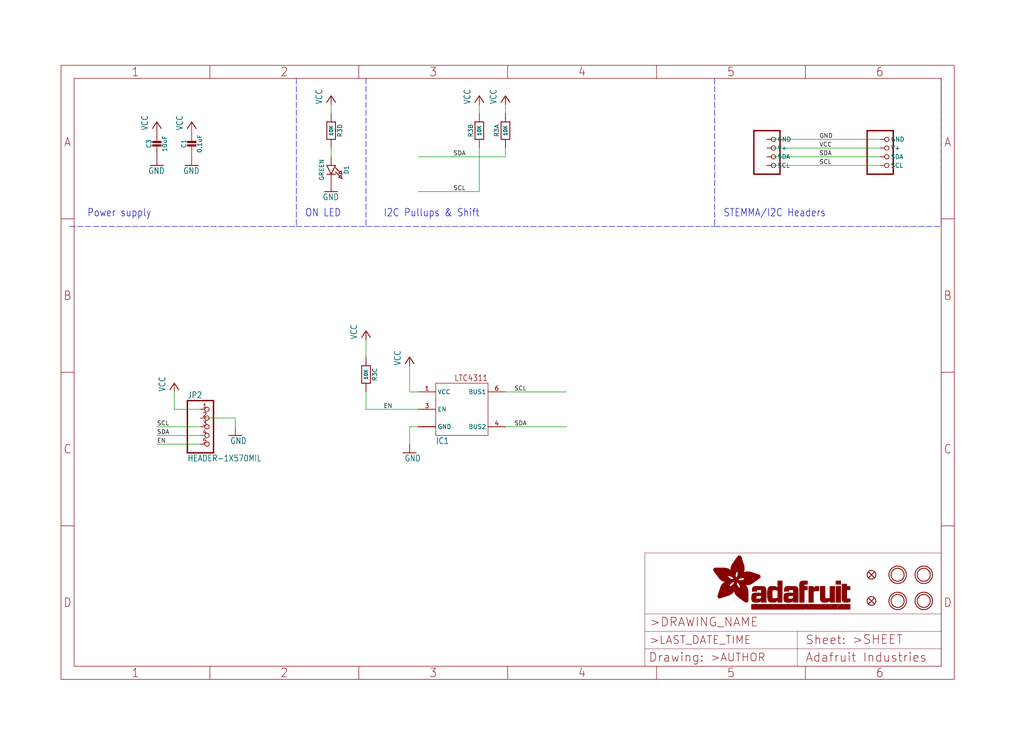
<source format=kicad_sch>
(kicad_sch (version 20211123) (generator eeschema)
  (paper "User" 298.45 217.881)
  (lib_symbols
    (symbol "eagleSchem-eagle-import:CAP_CERAMIC0603_NO"
      (property "Reference" "C" (at -2.29 1.25 90))
      (property "Value" "CAP_CERAMIC0603_NO" (at 2.3 1.25 90))
      (symbol "CAP_CERAMIC0603_NO_1_0"
        (pin passive line (at 0 5.08 270) (length 2.54) (name "1") (number "1"))
        (pin passive line (at 0 -2.54 90) (length 2.54) (name "2") (number "2"))
      )
    )
    (symbol "eagleSchem-eagle-import:CAP_CERAMIC0805-NOOUTLINE"
      (property "Reference" "C" (at -2.29 1.25 90))
      (property "Value" "CAP_CERAMIC0805-NOOUTLINE" (at 2.3 1.25 90))
      (symbol "CAP_CERAMIC0805-NOOUTLINE_1_0"
        (pin passive line (at 0 5.08 270) (length 2.54) (name "1") (number "1"))
        (pin passive line (at 0 -2.54 90) (length 2.54) (name "2") (number "2"))
      )
    )
    (symbol "eagleSchem-eagle-import:FIDUCIAL_1MM")
    (symbol "eagleSchem-eagle-import:FRAME_A4_ADAFRUIT"
      (symbol "FRAME_A4_ADAFRUIT_0_0"
        (text "1" (at 21.6958 1.905 0) (effects (font (size 2.54 2.286))))
        (text "1" (at 21.6958 177.165 0) (effects (font (size 2.54 2.286))))
        (text "2" (at 65.0875 1.905 0) (effects (font (size 2.54 2.286))))
        (text "2" (at 65.0875 177.165 0) (effects (font (size 2.54 2.286))))
        (text "3" (at 108.4792 1.905 0) (effects (font (size 2.54 2.286))))
        (text "3" (at 108.4792 177.165 0) (effects (font (size 2.54 2.286))))
        (text "4" (at 151.8708 1.905 0) (effects (font (size 2.54 2.286))))
        (text "4" (at 151.8708 177.165 0) (effects (font (size 2.54 2.286))))
        (text "5" (at 195.2625 1.905 0) (effects (font (size 2.54 2.286))))
        (text "5" (at 195.2625 177.165 0) (effects (font (size 2.54 2.286))))
        (text "6" (at 238.6542 1.905 0) (effects (font (size 2.54 2.286))))
        (text "6" (at 238.6542 177.165 0) (effects (font (size 2.54 2.286))))
        (text "A" (at 1.905 156.6863 0) (effects (font (size 2.54 2.286))))
        (text "A" (at 258.445 156.6863 0) (effects (font (size 2.54 2.286))))
        (text "B" (at 1.905 111.9188 0) (effects (font (size 2.54 2.286))))
        (text "B" (at 258.445 111.9188 0) (effects (font (size 2.54 2.286))))
        (text "C" (at 1.905 67.1513 0) (effects (font (size 2.54 2.286))))
        (text "C" (at 258.445 67.1513 0) (effects (font (size 2.54 2.286))))
        (text "D" (at 1.905 22.3838 0) (effects (font (size 2.54 2.286))))
        (text "D" (at 258.445 22.3838 0) (effects (font (size 2.54 2.286))))
      )
      (symbol "FRAME_A4_ADAFRUIT_1_0"
        (text ">AUTHOR" (at 189.23 5.08 0) (effects (font (size 2.286 2.286)) (justify left bottom)))
        (text ">DRAWING_NAME" (at 171.45 15.24 0) (effects (font (size 2.54 2.54)) (justify left bottom)))
        (text ">LAST_DATE_TIME" (at 171.45 10.16 0) (effects (font (size 2.286 2.286)) (justify left bottom)))
        (text ">SHEET" (at 230.505 10.16 0) (effects (font (size 2.54 2.54)) (justify left bottom)))
        (text "Adafruit Industries" (at 216.916 4.953 0) (effects (font (size 2.54 2.54)) (justify left bottom)))
        (text "Drawing:" (at 171.196 4.953 0) (effects (font (size 2.54 2.54)) (justify left bottom)))
        (text "Sheet:" (at 216.916 10.033 0) (effects (font (size 2.54 2.54)) (justify left bottom)))
      )
    )
    (symbol "eagleSchem-eagle-import:GND" (power)
      (property "Value" "GND" (at -2.54 -2.54 0))
      (symbol "GND_1_0"
        (pin power_in line (at 0 2.54 270) (length 2.54) (name "GND") (number "1"))
      )
    )
    (symbol "eagleSchem-eagle-import:HEADER-1X570MIL"
      (property "Reference" "JP" (at -6.35 8.255 0))
      (property "Value" "HEADER-1X570MIL" (at -6.35 -10.16 0))
      (symbol "HEADER-1X570MIL_1_0"
        (pin passive inverted (at -2.54 5.08 0) (length 2.54) (name "1") (number "1"))
        (pin passive inverted (at -2.54 2.54 0) (length 2.54) (name "2") (number "2"))
        (pin passive inverted (at -2.54 0 0) (length 2.54) (name "3") (number "3"))
        (pin passive inverted (at -2.54 -2.54 0) (length 2.54) (name "4") (number "4"))
        (pin passive inverted (at -2.54 -5.08 0) (length 2.54) (name "5") (number "5"))
      )
    )
    (symbol "eagleSchem-eagle-import:LED0603_NOOUTLINE"
      (property "Reference" "D" (at -1.27 4.445 0))
      (property "Value" "LED0603_NOOUTLINE" (at -1.27 -2.794 0))
      (symbol "LED0603_NOOUTLINE_1_0"
        (pin passive line (at -5.08 0 0) (length 2.54) (name "A") (number "A"))
        (pin passive line (at 2.54 0 180) (length 2.54) (name "C") (number "C"))
      )
    )
    (symbol "eagleSchem-eagle-import:LTC4311_SC70"
      (property "Reference" "IC" (at -7.62 -10.16 0))
      (symbol "LTC4311_SC70_1_0"
        (text "LTC4311" (at 7.62 10.16 0) (effects (font (size 1.778 1.5113)) (justify right top)))
        (pin power_in line (at -12.7 5.08 0) (length 5.08) (name "VCC") (number "1"))
        (pin power_in line (at -12.7 -5.08 0) (length 5.08) (name "GND") (number "2"))
        (pin input line (at -12.7 0 0) (length 5.08) (name "EN") (number "3"))
        (pin bidirectional line (at 12.7 -5.08 180) (length 5.08) (name "BUS2") (number "4"))
        (pin power_in line (at -12.7 -5.08 0) (length 5.08) (name "GND") (number "5"))
        (pin bidirectional line (at 12.7 5.08 180) (length 5.08) (name "BUS1") (number "6"))
      )
    )
    (symbol "eagleSchem-eagle-import:MOUNTINGHOLE2.5")
    (symbol "eagleSchem-eagle-import:RESISTOR_4PACK"
      (property "Reference" "R" (at 0 2.54 0))
      (property "Value" "RESISTOR_4PACK" (at 0 0 0))
      (symbol "RESISTOR_4PACK_1_0"
        (pin passive line (at -5.08 0 0) (length 2.54) (name "1") (number "1"))
        (pin passive line (at 5.08 0 180) (length 2.54) (name "2") (number "8"))
      )
      (symbol "RESISTOR_4PACK_2_0"
        (pin passive line (at -5.08 0 0) (length 2.54) (name "1") (number "2"))
        (pin passive line (at 5.08 0 180) (length 2.54) (name "2") (number "7"))
      )
      (symbol "RESISTOR_4PACK_3_0"
        (pin passive line (at -5.08 0 0) (length 2.54) (name "1") (number "3"))
        (pin passive line (at 5.08 0 180) (length 2.54) (name "2") (number "6"))
      )
      (symbol "RESISTOR_4PACK_4_0"
        (pin passive line (at -5.08 0 0) (length 2.54) (name "1") (number "4"))
        (pin passive line (at 5.08 0 180) (length 2.54) (name "2") (number "5"))
      )
    )
    (symbol "eagleSchem-eagle-import:STEMMA_I2C_QT"
      (symbol "STEMMA_I2C_QT_1_0"
        (pin passive inverted (at 0 5.08 0) (length 2.54) (name "GND") (number "1"))
        (pin passive inverted (at 0 2.54 0) (length 2.54) (name "V+") (number "2"))
        (pin passive inverted (at 0 0 0) (length 2.54) (name "SDA") (number "3"))
        (pin passive inverted (at 0 -2.54 0) (length 2.54) (name "SCL") (number "4"))
      )
      (symbol "STEMMA_I2C_QT_2_0"
        (pin bidirectional line (at 0 0 0) (length 5.08) (name "MT") (number "MT1"))
      )
      (symbol "STEMMA_I2C_QT_3_0"
        (pin bidirectional line (at 0 0 0) (length 5.08) (name "MT") (number "MT2"))
      )
    )
    (symbol "eagleSchem-eagle-import:VCC" (power)
      (property "Value" "VCC" (at -2.54 -2.54 90))
      (symbol "VCC_1_0"
        (pin power_in line (at 0 -2.54 90) (length 2.54) (name "VCC") (number "1"))
      )
    )
  )
  (wire (pts (xy 58.42 127) (xy 45.72 127)))
  (wire (pts (xy 106.68 99.06) (xy 106.68 104.14)))
  (wire (pts (xy 147.32 114.3) (xy 165.1 114.3)))
  (wire (pts (xy 139.7 43.18) (xy 139.7 55.88)))
  (wire (pts (xy 147.32 43.18) (xy 147.32 45.72)))
  (wire (pts (xy 139.7 30.48) (xy 139.7 33.02)))
  (wire (pts (xy 96.52 30.48) (xy 96.52 33.02)))
  (wire (pts (xy 139.7 55.88) (xy 121.92 55.88)))
  (polyline (pts (xy 86.36 66.04) (xy 106.68 66.04)))
  (wire (pts (xy 256.54 45.72) (xy 223.52 45.72)))
  (wire (pts (xy 147.32 33.02) (xy 147.32 30.48)))
  (polyline (pts (xy 86.36 22.86) (xy 86.36 66.04)))
  (wire (pts (xy 147.32 124.46) (xy 165.1 124.46)))
  (wire (pts (xy 256.54 40.64) (xy 223.52 40.64)))
  (wire (pts (xy 121.92 124.46) (xy 119.38 124.46)))
  (wire (pts (xy 58.42 121.92) (xy 68.58 121.92)))
  (polyline (pts (xy 106.68 22.86) (xy 106.68 66.04)))
  (wire (pts (xy 119.38 114.3) (xy 119.38 106.68)))
  (polyline (pts (xy 208.28 66.04) (xy 274.32 66.04)))
  (wire (pts (xy 119.38 124.46) (xy 119.38 129.54)))
  (wire (pts (xy 223.52 43.18) (xy 256.54 43.18)))
  (polyline (pts (xy 106.68 66.04) (xy 208.28 66.04)))
  (wire (pts (xy 68.58 121.92) (xy 68.58 124.46)))
  (wire (pts (xy 58.42 124.46) (xy 45.72 124.46)))
  (polyline (pts (xy 208.28 22.86) (xy 208.28 66.04)))
  (wire (pts (xy 121.92 119.38) (xy 106.68 119.38)))
  (wire (pts (xy 58.42 129.54) (xy 45.72 129.54)))
  (polyline (pts (xy 20.32 66.04) (xy 86.36 66.04)))
  (wire (pts (xy 147.32 45.72) (xy 121.92 45.72)))
  (polyline (pts (xy 274.32 22.86) (xy 274.32 66.04)))
  (wire (pts (xy 121.92 114.3) (xy 119.38 114.3)))
  (wire (pts (xy 96.52 43.18) (xy 96.52 45.72)))
  (wire (pts (xy 223.52 48.26) (xy 256.54 48.26)))
  (wire (pts (xy 50.8 119.38) (xy 50.8 114.3)))
  (wire (pts (xy 58.42 119.38) (xy 50.8 119.38)))
  (wire (pts (xy 106.68 119.38) (xy 106.68 114.3)))
  (text "STEMMA/I2C Headers" (at 210.82 63.5 180) (effects (font (size 2.1844 1.8567)) (justify left bottom)))
  (text "ON LED" (at 88.9 63.5 180) (effects (font (size 2.1844 1.8567)) (justify left bottom)))
  (text "Power supply" (at 25.4 63.5 180) (effects (font (size 2.1844 1.8567)) (justify left bottom)))
  (text "I2C Pullups & Shift" (at 111.76 63.5 180) (effects (font (size 2.1844 1.8567)) (justify left bottom)))
  (label "EN" (at 45.72 129.54 0) (effects (font (size 1.2446 1.2446))))
  (label "SCL" (at 238.76 48.26 0) (effects (font (size 1.2446 1.2446))))
  (label "SDA" (at 238.76 45.72 0) (effects (font (size 1.2446 1.2446))))
  (label "VCC" (at 238.76 43.18 0) (effects (font (size 1.2446 1.2446))))
  (label "SDA" (at 149.86 124.46 0) (effects (font (size 1.2446 1.2446))))
  (label "SCL" (at 149.86 114.3 0) (effects (font (size 1.2446 1.2446))))
  (label "EN" (at 111.76 119.38 0) (effects (font (size 1.2446 1.2446))))
  (label "SCL" (at 45.72 124.46 0) (effects (font (size 1.2446 1.2446))))
  (label "SDA" (at 132.08 45.72 0) (effects (font (size 1.2446 1.2446))))
  (label "GND" (at 238.76 40.64 0) (effects (font (size 1.2446 1.2446))))
  (label "SDA" (at 45.72 127 0) (effects (font (size 1.2446 1.2446))))
  (label "SCL" (at 132.08 55.88 0) (effects (font (size 1.2446 1.2446))))
  (symbol (lib_id "eagleSchem-eagle-import:CAP_CERAMIC0603_NO") (at 55.88 43.18 0) (unit 1)
    (property "Reference" "C1" (at 53.59 41.93 90))
    (property "Value" "0.1uF" (at 58.18 41.93 90))
    (property "Footprint" "eagleSchem:0603-NO" (effects hide))
  )
  (symbol (lib_id "eagleSchem-eagle-import:LED0603_NOOUTLINE") (at 96.52 50.8 270) (unit 1)
    (property "Reference" "D1" (at 100.965 49.53 0))
    (property "Value" "GREEN" (at 93.726 49.53 0))
    (property "Footprint" "eagleSchem:CHIPLED_0603_NOOUTLINE" (effects hide))
  )
  (symbol (lib_id "eagleSchem-eagle-import:MOUNTINGHOLE2.5") (at 269.24 175.26 0) (unit 1)
    (property "Reference" "U$21" (effects hide))
    (property "Value" "MOUNTINGHOLE2.5" (effects hide))
    (property "Footprint" "eagleSchem:MOUNTINGHOLE_2.5_PLATED" (effects hide))
  )
  (symbol (lib_id "eagleSchem-eagle-import:MOUNTINGHOLE2.5") (at 261.62 175.26 0) (unit 1)
    (property "Reference" "U$1" (effects hide))
    (property "Value" "MOUNTINGHOLE2.5" (effects hide))
    (property "Footprint" "eagleSchem:MOUNTINGHOLE_2.5_PLATED" (effects hide))
  )
  (symbol (lib_id "eagleSchem-eagle-import:CAP_CERAMIC0805-NOOUTLINE") (at 45.72 43.18 0) (unit 1)
    (property "Reference" "C3" (at 43.43 41.93 90))
    (property "Value" "10uF" (at 48.02 41.93 90))
    (property "Footprint" "eagleSchem:0805-NO" (effects hide))
  )
  (symbol (lib_id "eagleSchem-eagle-import:GND") (at 96.52 55.88 0) (unit 1)
    (property "Reference" "#GND6" (effects hide))
    (property "Value" "GND" (at 93.98 58.42 0) (effects (font (size 1.778 1.5113)) (justify left bottom)))
    (property "Footprint" "eagleSchem:" (effects hide))
  )
  (symbol (lib_id "eagleSchem-eagle-import:RESISTOR_4PACK") (at 106.68 109.22 270) (unit 3)
    (property "Reference" "R3" (at 109.22 109.22 0))
    (property "Value" "10K" (at 106.68 109.22 0) (effects (font (size 1.016 1.016) bold)))
    (property "Footprint" "eagleSchem:RESPACK_4X0603" (effects hide))
  )
  (symbol (lib_id "eagleSchem-eagle-import:VCC") (at 50.8 111.76 0) (unit 1)
    (property "Reference" "#P+4" (effects hide))
    (property "Value" "VCC" (at 48.26 114.3 90) (effects (font (size 1.778 1.5113)) (justify left bottom)))
    (property "Footprint" "eagleSchem:" (effects hide))
  )
  (symbol (lib_id "eagleSchem-eagle-import:LTC4311_SC70") (at 134.62 119.38 0) (unit 1)
    (property "Reference" "IC1" (at 127 129.54 0) (effects (font (size 1.778 1.5113)) (justify left bottom)))
    (property "Value" "LTC4311_SC70" (effects hide))
    (property "Footprint" "eagleSchem:SC70-6L" (effects hide))
  )
  (symbol (lib_id "eagleSchem-eagle-import:VCC") (at 45.72 35.56 0) (unit 1)
    (property "Reference" "#P+6" (effects hide))
    (property "Value" "VCC" (at 43.18 38.1 90) (effects (font (size 1.778 1.5113)) (justify left bottom)))
    (property "Footprint" "eagleSchem:" (effects hide))
  )
  (symbol (lib_id "eagleSchem-eagle-import:MOUNTINGHOLE2.5") (at 261.62 167.64 0) (unit 1)
    (property "Reference" "U$17" (effects hide))
    (property "Value" "MOUNTINGHOLE2.5" (effects hide))
    (property "Footprint" "eagleSchem:MOUNTINGHOLE_2.5_PLATED" (effects hide))
  )
  (symbol (lib_id "eagleSchem-eagle-import:VCC") (at 147.32 27.94 0) (unit 1)
    (property "Reference" "#P+2" (effects hide))
    (property "Value" "VCC" (at 144.78 30.48 90) (effects (font (size 1.778 1.5113)) (justify left bottom)))
    (property "Footprint" "eagleSchem:" (effects hide))
  )
  (symbol (lib_id "eagleSchem-eagle-import:FIDUCIAL_1MM") (at 254 167.64 0) (unit 1)
    (property "Reference" "FID4" (effects hide))
    (property "Value" "FIDUCIAL_1MM" (effects hide))
    (property "Footprint" "eagleSchem:FIDUCIAL_1MM" (effects hide))
  )
  (symbol (lib_id "eagleSchem-eagle-import:RESISTOR_4PACK") (at 139.7 38.1 90) (unit 2)
    (property "Reference" "R3" (at 137.16 38.1 0))
    (property "Value" "10K" (at 139.7 38.1 0) (effects (font (size 1.016 1.016) bold)))
    (property "Footprint" "eagleSchem:RESPACK_4X0603" (effects hide))
  )
  (symbol (lib_id "eagleSchem-eagle-import:VCC") (at 119.38 104.14 0) (unit 1)
    (property "Reference" "#P+7" (effects hide))
    (property "Value" "VCC" (at 116.84 106.68 90) (effects (font (size 1.778 1.5113)) (justify left bottom)))
    (property "Footprint" "eagleSchem:" (effects hide))
  )
  (symbol (lib_id "eagleSchem-eagle-import:VCC") (at 55.88 35.56 0) (unit 1)
    (property "Reference" "#P+5" (effects hide))
    (property "Value" "VCC" (at 53.34 38.1 90) (effects (font (size 1.778 1.5113)) (justify left bottom)))
    (property "Footprint" "eagleSchem:" (effects hide))
  )
  (symbol (lib_id "eagleSchem-eagle-import:GND") (at 119.38 132.08 0) (unit 1)
    (property "Reference" "#U$3" (effects hide))
    (property "Value" "GND" (at 117.856 134.62 0) (effects (font (size 1.778 1.5113)) (justify left bottom)))
    (property "Footprint" "eagleSchem:" (effects hide))
  )
  (symbol (lib_id "eagleSchem-eagle-import:GND") (at 68.58 127 0) (unit 1)
    (property "Reference" "#U$10" (effects hide))
    (property "Value" "GND" (at 67.056 129.54 0) (effects (font (size 1.778 1.5113)) (justify left bottom)))
    (property "Footprint" "eagleSchem:" (effects hide))
  )
  (symbol (lib_id "eagleSchem-eagle-import:GND") (at 55.88 48.26 0) (unit 1)
    (property "Reference" "#GND2" (effects hide))
    (property "Value" "GND" (at 53.34 50.8 0) (effects (font (size 1.778 1.5113)) (justify left bottom)))
    (property "Footprint" "eagleSchem:" (effects hide))
  )
  (symbol (lib_id "eagleSchem-eagle-import:MOUNTINGHOLE2.5") (at 269.24 167.64 0) (unit 1)
    (property "Reference" "U$19" (effects hide))
    (property "Value" "MOUNTINGHOLE2.5" (effects hide))
    (property "Footprint" "eagleSchem:MOUNTINGHOLE_2.5_PLATED" (effects hide))
  )
  (symbol (lib_id "eagleSchem-eagle-import:RESISTOR_4PACK") (at 96.52 38.1 270) (unit 4)
    (property "Reference" "R3" (at 99.06 38.1 0))
    (property "Value" "10K" (at 96.52 38.1 0) (effects (font (size 1.016 1.016) bold)))
    (property "Footprint" "eagleSchem:RESPACK_4X0603" (effects hide))
  )
  (symbol (lib_id "eagleSchem-eagle-import:GND") (at 45.72 48.26 0) (unit 1)
    (property "Reference" "#GND1" (effects hide))
    (property "Value" "GND" (at 43.18 50.8 0) (effects (font (size 1.778 1.5113)) (justify left bottom)))
    (property "Footprint" "eagleSchem:" (effects hide))
  )
  (symbol (lib_id "eagleSchem-eagle-import:FIDUCIAL_1MM") (at 254 175.26 0) (unit 1)
    (property "Reference" "FID3" (effects hide))
    (property "Value" "FIDUCIAL_1MM" (effects hide))
    (property "Footprint" "eagleSchem:FIDUCIAL_1MM" (effects hide))
  )
  (symbol (lib_id "eagleSchem-eagle-import:STEMMA_I2C_QT") (at 223.52 45.72 0) (unit 1)
    (property "Reference" "CONN3" (effects hide))
    (property "Value" "STEMMA_I2C_QT" (effects hide))
    (property "Footprint" "eagleSchem:JST_SH4" (effects hide))
  )
  (symbol (lib_id "eagleSchem-eagle-import:RESISTOR_4PACK") (at 147.32 38.1 90) (unit 1)
    (property "Reference" "R3" (at 144.78 38.1 0))
    (property "Value" "10K" (at 147.32 38.1 0) (effects (font (size 1.016 1.016) bold)))
    (property "Footprint" "eagleSchem:RESPACK_4X0603" (effects hide))
  )
  (symbol (lib_id "eagleSchem-eagle-import:HEADER-1X570MIL") (at 60.96 124.46 0) (unit 1)
    (property "Reference" "JP2" (at 54.61 116.205 0) (effects (font (size 1.778 1.5113)) (justify left bottom)))
    (property "Value" "HEADER-1X570MIL" (at 54.61 134.62 0) (effects (font (size 1.778 1.5113)) (justify left bottom)))
    (property "Footprint" "eagleSchem:1X05_ROUND_70" (effects hide))
  )
  (symbol (lib_id "eagleSchem-eagle-import:VCC") (at 96.52 27.94 0) (unit 1)
    (property "Reference" "#P+3" (effects hide))
    (property "Value" "VCC" (at 93.98 30.48 90) (effects (font (size 1.778 1.5113)) (justify left bottom)))
    (property "Footprint" "eagleSchem:" (effects hide))
  )
  (symbol (lib_id "eagleSchem-eagle-import:STEMMA_I2C_QT") (at 256.54 45.72 0) (unit 1)
    (property "Reference" "CONN4" (effects hide))
    (property "Value" "STEMMA_I2C_QT" (effects hide))
    (property "Footprint" "eagleSchem:JST_SH4" (effects hide))
  )
  (symbol (lib_id "eagleSchem-eagle-import:VCC") (at 106.68 96.52 0) (unit 1)
    (property "Reference" "#P+8" (effects hide))
    (property "Value" "VCC" (at 104.14 99.06 90) (effects (font (size 1.778 1.5113)) (justify left bottom)))
    (property "Footprint" "eagleSchem:" (effects hide))
  )
  (symbol (lib_id "eagleSchem-eagle-import:FRAME_A4_ADAFRUIT") (at 17.78 198.12 0) (unit 1)
    (property "Reference" "#U$18" (effects hide))
    (property "Value" "FRAME_A4_ADAFRUIT" (effects hide))
    (property "Footprint" "eagleSchem:" (effects hide))
  )
  (symbol (lib_id "eagleSchem-eagle-import:VCC") (at 139.7 27.94 0) (unit 1)
    (property "Reference" "#P+1" (effects hide))
    (property "Value" "VCC" (at 137.16 30.48 90) (effects (font (size 1.778 1.5113)) (justify left bottom)))
    (property "Footprint" "eagleSchem:" (effects hide))
  )
)
</source>
